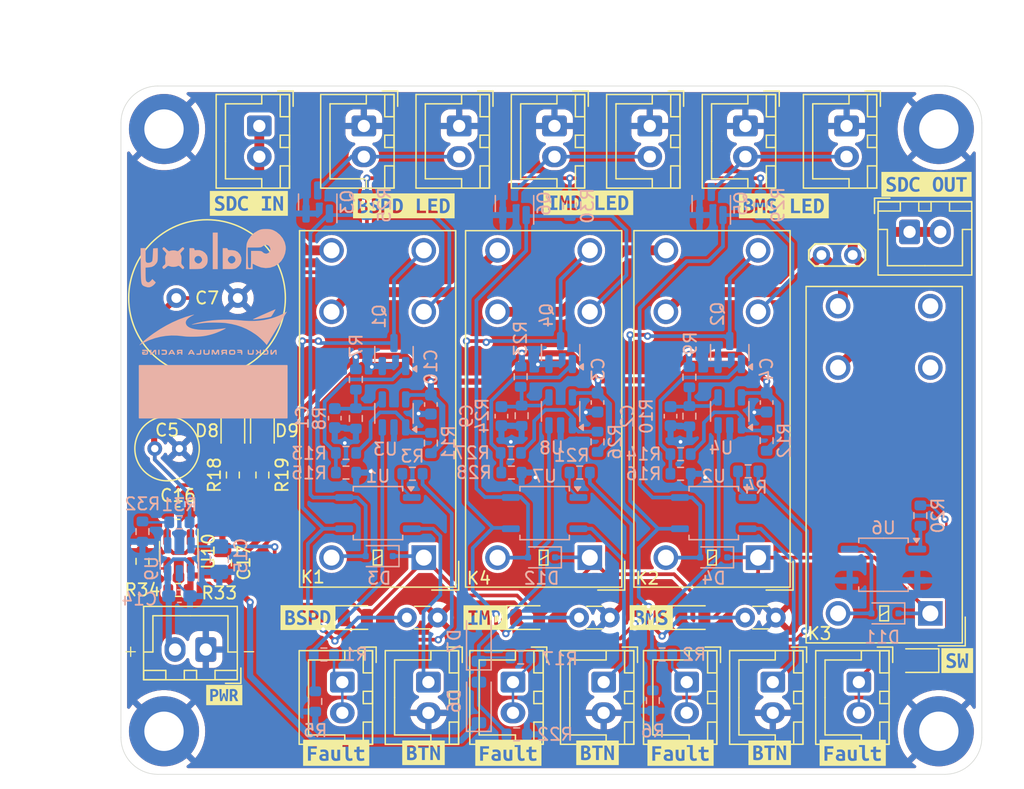
<source format=kicad_pcb>
(kicad_pcb (version 20221018) (generator pcbnew)
  (layers (0 "F.Cu" signal) (31 "B.Cu" signal) (34 "B.Paste" user) (35 "F.Paste" user) (36 "B.SilkS" user "B.Silkscreen") (37 "F.SilkS" user "F.Silkscreen") (38 "B.Mask" user) (39 "F.Mask" user) (44 "Edge.Cuts" user))
  (net 0 "")
  (net 1 "Net-(U3--)")
  (net 2 "IMD_RST")
  (net 3 "Net-(U4--)")
  (net 4 "+5V")
  (net 5 "+12V")
  (net 6 "Net-(U8--)")
  (net 7 "Net-(D1-K)")
  (net 8 "Net-(D2-K)")
  (net 9 "BSPD_FAULT_OUT")
  (net 10 "BMS_FAULT_OUT")
  (net 11 "Net-(D5-K)")
  (net 12 "SW_Fault")
  (net 13 "Net-(D6-A)")
  (net 14 "Net-(D8-A)")
  (net 15 "Net-(D9-A)")
  (net 16 "Net-(D10-K)")
  (net 17 "Net-(D11-A)")
  (net 18 "IMD_FAULT_OUT")
  (net 19 "BSPD_LED")
  (net 20 "IMD_LED")
  (net 21 "BSPD_RST")
  (net 22 "BMS_RST")
  (net 23 "BSPD_FAULT")
  (net 24 "IMD_FAULT")
  (net 25 "BMS_FAULT")
  (net 26 "BSPD_IN")
  (net 27 "SW_OUT")
  (net 28 "Net-(Q1-D)")
  (net 29 "BSPD_OUT")
  (net 30 "Net-(Q2-D)")
  (net 31 "BMS_OUT")
  (net 32 "BMS_IN")
  (net 35 "Net-(Q4-D)")
  (net 36 "Net-(Q1-G)")
  (net 37 "Net-(Q2-G)")
  (net 38 "Net-(Q4-G)")
  (net 39 "BMS_LED")
  (net 40 "Net-(U3-+)")
  (net 41 "Net-(U4-+)")
  (net 42 "Net-(R3-Pad2)")
  (net 43 "Net-(R4-Pad2)")
  (net 44 "Net-(R11-Pad2)")
  (net 45 "Net-(R12-Pad2)")
  (net 46 "Net-(R20-Pad1)")
  (net 47 "Net-(R21-Pad2)")
  (net 48 "Net-(R26-Pad2)")
  (net 49 "GND")
  (net 50 "VDC")
  (net 51 "Net-(U9-ADJ)")
  (net 52 "Net-(U10-ADJ)")
  (footprint "kibuzzard-67515BFB" (layer "F.Cu") (at 125.75 158.5)
    (fp_text reference "kibuzzard-67515BFB" hide)
    (fp_text value "G***" hide)
  )
  (footprint "kibuzzard-67515B49" (layer "F.Cu") (at 125 113.75)
    (fp_text reference "kibuzzard-67515B49" hide)
    (fp_text value "G***" hide)
  )
  (footprint "kibuzzard-67515B54" (layer "F.Cu") (at 140.9 114)
    (fp_text reference "kibuzzard-67515B54" hide)
    (fp_text value "G***" hide)
  )
  (footprint "Connector_JST:JST_XH_B2B-XH-A_1x02_P2.50mm_Vertical" (layer "F.Cu") (at 93.9 150.1 180)
    (fp_text reference "J14" hide)
    (fp_text value "12V PWR")
  )
  (footprint "kibuzzard-67515B12" (layer "F.Cu") (at 97.4 113.8)
    (fp_text reference "kibuzzard-67515B12" hide)
    (fp_text value "G***" hide)
  )
  (footprint "Connector_JST:JST_XH_B2B-XH-A_1x02_P2.50mm_Vertical" (layer "F.Cu") (at 130 107.5 -90)
    (fp_text reference "J9" hide)
    (fp_text value "IMD_LED")
  )
  (footprint "Connector_JST:JST_XH_B2B-XH-A_1x02_P2.50mm_Vertical" (layer "F.Cu") (at 122.25 107.5 -90)
    (fp_text reference "J2" hide)
    (fp_text value "IMD_LED")
  )
  (footprint "Connector_JST:JST_XH_B2B-XH-A_1x02_P2.50mm_Vertical" (layer "F.Cu") (at 126.25 152.75 -90)
    (fp_text reference "J6" hide)
    (fp_text value "IMD_BTN")
  )
  (footprint "kibuzzard-675169EE" (layer "F.Cu") (at 146.5 158.5)
    (fp_text reference "kibuzzard-675169EE" hide)
    (fp_text value "G***" hide)
  )
  (footprint "MountingHole:MountingHole_3.2mm_M3_ISO7380_Pad" (layer "F.Cu") (at 153.5 107.75)
    (fp_text reference "H3" hide)
    (fp_text value "MountingHole_Pad")
  )
  (footprint "kibuzzard-67A0C7EA" (layer "F.Cu") (at 95.4 153.8)
    (fp_text reference "kibuzzard-67A0C7EA" hide)
    (fp_text value "G***" hide)
  )
  (footprint "kibuzzard-67515BFB" (layer "F.Cu") (at 139.75 158.5)
    (fp_text reference "kibuzzard-67515BFB" hide)
    (fp_text value "G***" hide)
  )
  (footprint "Connector_JST:JST_XH_B2B-XH-A_1x02_P2.50mm_Vertical" (layer "F.Cu") (at 137.775 107.5 -90)
    (fp_text reference "J10" hide)
    (fp_text value "BMS_LED")
  )
  (footprint "kibuzzard-67515BF5" (layer "F.Cu") (at 118.5 158.5)
    (fp_text reference "kibuzzard-67515BF5" hide)
    (fp_text value "G***" hide)
  )
  (footprint "LED_SMD:LED_0805_2012Metric" (layer "F.Cu") (at 151.8125 151 180)
    (fp_text reference "D5" hide)
    (fp_text value "SW BTN LED")
  )
  (footprint "Connector_JST:JST_XH_B2B-XH-A_1x02_P2.50mm_Vertical" (layer "F.Cu") (at 133 152.75 -90)
    (fp_text reference "J13" hide)
    (fp_text value "BMS_Fault")
  )
  (footprint "kibuzzard-67515DF6" (layer "F.Cu") (at 95.3 129.6)
    (fp_text reference "kibuzzard-67515DF6" hide)
    (fp_text value "G***" hide)
  )
  (footprint "Package_TO_SOT_SMD:SOT-23-5" (layer "F.Cu") (at 91.7 142.1125 -90)
    (fp_text reference "U10")
    (fp_text value "AP2204K-ADJ")
  )
  (footprint "Capacitor_SMD:C_0603_1608Metric_Pad1.08x0.95mm_HandSolder" (layer "F.Cu") (at 91.6375 139)
    (fp_text reference "C16")
    (fp_text value "1u")
  )
  (footprint "Connector_JST:JST_XH_B2B-XH-A_1x02_P2.50mm_Vertical" (layer "F.Cu") (at 112 152.75 -90)
    (fp_text reference "J5" hide)
    (fp_text value "BSPD_BTN")
  )
  (footprint "TestPoint:TestPoint_2Pads_Pitch2.54mm_Drill0.8mm" (layer "F.Cu") (at 143.96 118)
    (fp_text reference "JP1" hide)
    (fp_text value "Jumper_2_Open")
  )
  (footprint "Relay_THT:Relay_DPST_Omron_G2RL-2A" (layer "F.Cu") (at 125.12132 142.62132 180)
    (fp_text reference "K4")
    (fp_text value "G2RL-2A")
  )
  (footprint "kibuzzard-67515B78" (layer "F.Cu") (at 102.2 147.5)
    (fp_text reference "kibuzzard-67515B78" hide)
    (fp_text value "G***" hide)
  )
  (footprint "Resistor_SMD:R_0603_1608Metric" (layer "F.Cu") (at 96.1 135.9 90)
    (fp_text reference "R18")
    (fp_text value "1k")
  )
  (footprint "Capacitor_THT:C_Radial_D12.5mm_H25.0mm_P5.00mm" (layer "F.Cu") (at 91.5 121.5)
    (fp_text reference "C7")
    (fp_text value "220u")
  )
  (footprint "Resistor_SMD:R_0603_1608Metric" (layer "F.Cu") (at 91.675 145.25 180)
    (fp_text reference "R33")
    (fp_text value "301k")
  )
  (footprint "Capacitor_THT:C_Disc_D3.0mm_W1.6mm_P2.50mm" (layer "F.Cu") (at 124.25 147.5)
    (fp_text reference "C11" hide)
    (fp_text value "NC")
  )
  (footprint "Relay_THT:Relay_DPST_Omron_G2RL-2A" (layer "F.Cu") (at 138.80882 142.62132 180)
    (fp_text reference "K2")
    (fp_text value "G2RL-2A")
  )
  (footprint "kibuzzard-67515B89" (layer "F.Cu") (at 130.1 147.5)
    (fp_text reference "kibuzzard-67515B89" hide)
    (fp_text value "G***" hide)
  )
  (footprint "Connector_JST:JST_XH_B2B-XH-A_1x02_P2.50mm_Vertical" (layer "F.Cu") (at 118.875 152.75 -90)
    (fp_text reference "J12" hide)
    (fp_text value "IMD_Fault")
  )
  (footprint "Connector_JST:JST_XH_B2B-XH-A_1x02_P2.50mm_Vertical" (layer "F.Cu") (at 106.75 107.5 -90)
    (fp_text reference "J1" hide)
    (fp_text value "BSPD_LED")
  )
  (footprint "MountingHole:MountingHole_3.2mm_M3_ISO7380_Pad" (layer "F.Cu") (at 90.5 156.75)
    (fp_text reference "H2" hide)
    (fp_text value "MountingHole_Pad")
  )
  (footprint "kibuzzard-67515B3D" (layer "F.Cu") (at 110 114)
    (fp_text reference "kibuzzard-67515B3D" hide)
    (fp_text value "G***" hide)
  )
  (footprint "kibuzzard-67515DEB" (layer "F.Cu") (at 98.8 129.6)
    (fp_text reference "kibuzzard-67515DEB" hide)
    (fp_text value "G***" hide)
  )
  (footprint "LED_SMD:LED_0805_2012Metric" (layer "F.Cu") (at 120.0625 147.5)
    (fp_text reference "D10" hide)
    (fp_text value "IMD BTN LED")
  )
  (footprint "MountingHole:MountingHole_3.2mm_M3_ISO7380_Pad" (layer "F.Cu") (at 153.5 156.75)
    (fp_text reference "H4" hide)
    (fp_text value "MountingHole_Pad")
  )
  (footprint "Connector_JST:JST_XH_B2B-XH-A_1x02_P2.50mm_Vertical" (layer "F.Cu") (at 105 152.75 -90)
    (fp_text reference "J11" hide)
    (fp_text value "BSPD_Fault")
  )
  (footprint "MountingHole:MountingHole_3.2mm_M3_ISO7380_Pad" (layer "F.Cu") (at 90.5 107.75)
    (fp_text reference "H1" hide)
    (fp_text value "MountingHole_Pad")
  )
  (footprint "Connector_JST:JST_XH_B2B-XH-A_1x02_P2.50mm_Vertical" (layer "F.Cu") (at 98.25 107.5 -90)
    (fp_text reference "J15" hide)
    (fp_text value "SDC_IN")
  )
  (footprint "Resistor_SMD:R_0603_1608Metric" (layer "F.Cu") (at 98.5 135.9 90)
    (fp_text reference "R19")
    (fp_text value "1k")
  )
  (footprint "Capacitor_SMD:C_0805_2012Metric_Pad1.18x1.45mm_HandSolder" (layer "F.Cu") (at 95.25 143.0375 90)
    (fp_text reference "C17")
    (fp_text value "10u")
  )
  (footprint "Relay_THT:Relay_DPST_Omron_G2RL-2A" (layer "F.Cu") (at 152.80882 147.15882 180)
    (fp_text reference "K3")
    (fp_text value "G2RL-2A")
  )
  (footprint "Connector_JST:JST_XH_B2B-XH-A_1x02_P2.50mm_Vertical" (layer "F.Cu") (at 140 152.75 -90)
    (fp_text reference "J7" hide)
    (fp_text value "BMS_BTN")
  )
  (footprint "kibuzzard-67515BF5" (layer "F.Cu") (at 104.5 158.5)
    (fp_text reference "kibuzzard-67515BF5" hide)
    (fp_text value "G***" hide)
  )
  (footprint "Capacitor_THT:C_Disc_D3.0mm_W1.6mm_P2.50mm" (layer "F.Cu") (at 110.25 147.5)
    (fp_text reference "C12" hide)
    (fp_text value "NC")
  )
  (footprint "kibuzzard-675169F2" (layer "F.Cu") (at 155 151)
    (fp_text reference "kibuzzard-675169F2" hide)
    (fp_text value "G***" hide)
  )
  (footprint "Capacitor_THT:C_Radial_D5.0mm_H5.0mm_P2.00mm" (layer "F.Cu") (at 89.75 133.75)
    (fp_text reference "C5")
    (fp_text value "100u")
  )
  (footprint "LED_SMD:LED_0805_2012Metric" (layer "F.Cu") (at 98.5 132.3 -90)
    (fp_text reference "D9")
    (fp_text value "PWR")
  )
  (footprint "kibuzzard-67515BFB" (layer "F.Cu") (at 111.6 158.5)
    (fp_text reference "kibuzzard-67515BFB" hide)
    (fp_text value "G***" hide)
  )
  (footprint "Connector_JST:JST_XH_B2B-XH-A_1x02_P2.50mm_Vertical" (layer "F.Cu") (at 114.5 107.5 -90)
    (fp_text reference "J8" hide)
    (fp_text value "BSPD_LED")
  )
  (footprint "LED_SMD:LED_0805_2012Metric" (layer "F.Cu") (at 96.1 132.3 -90)
    (fp_text reference "D8")
    (fp_text value "PWR")
  )
  (footprint "kibuzzard-67515BF5" (layer "F.Cu") (at 132.5 158.5)
    (fp_text reference "kibuzzard-67515BF5" hide)
    (fp_text value "G***" hide)
  )
  (footprint "Capacitor_THT:C_Disc_D3.0mm_W1.6mm_P2.50mm" (layer "F.Cu") (at 137.75 147.5)
    (fp_text reference "C13" hide)
    (fp_text value "NC")
  )
  (footprint "kibuzzard-67515B5C" (layer "F.Cu") (at 152.5 112.25)
    (fp_text reference "kibuzzard-67515B5C" hide)
    (fp_text value "G***" hide)
  )
  (footprint "Connector_JST:JST_XH_B2B-XH-A_1x02_P2.50mm_Vertical" (layer "F.Cu") (at 151.12132 116.12132)
    (fp_text reference "J16" hide)
    (fp_text value "SDC_OUT")
  )
  (footprint "LED_SMD:LED_0805_2012Metric" (layer "F.Cu") (at 106.0625 147.5)
    (fp_text reference "D1" hide)
    (fp_text value "BSPD BTN LED")
  )
  (footprint "Connector_JST:JST_XH_B2B-XH-A_1x02_P2.50mm_Vertical" (layer "F.Cu") (at 146 107.5 -90)
    (fp_text reference "J3" hide)
    (fp_text value "BMS_LED")
  )
  (footprint "Resistor_SMD:R_0603_1608Metric" (layer "F.Cu") (at 88.75 142.925 -90)
    (fp_text reference "R34")
    (fp_text value "100k")
  )
  (footprint "Relay_THT:Relay_DPST_Omron_G2RL-2A" (layer "F.Cu") (at 111.62132 142.62132 180)
    (fp_text reference "K1")
    (fp_text value "G2RL-2A")
  )
  (footprint "kibuzzard-67515B81" (layer "F.Cu") (at 116.6 147.5)
    (fp_text reference "kibuzzard-67515B81" hide)
    (fp_text value "G***" hide)
  )
  (footprint "Connector_JST:JST_XH_B2B-XH-A_1x02_P2.50mm_Vertical" (layer "F.Cu") (at 147 152.75 -90)
    (fp_text reference "J4" hide)
    (fp_text value "SW_Fault")
  )
  (footprint "LED_SMD:LED_0805_2012Metric" (layer "F.Cu") (at 133.5 147.5)
    (fp_text reference "D2" hide)
    (fp_text value "BMS BTN LED")
  )
  (footprint "Resistor_SMD:R_0603_1608Metric" (layer "B.Cu") (at 119.58 131.075 -90)
    (fp_text reference "R24")
    (fp_text value "10k")
  )
  (footprint "Capacitor_SMD:C_0805_2012Metric_Pad1.18x1.45mm_HandSolder" (layer "B.Cu") (at 95 142.75 -90)
    (fp_text reference "C15")
    (fp_text value "10u")
  )
  (footprint "Capacitor_SMD:C_0603_1608Metric" (layer "B.Cu") (at 117.93632 131.1125 -90)
    (fp_text reference "C9")
    (fp_text value "100n")
  )
  (footprint "Resistor_SMD:R_0603_1608Metric" (layer "B.Cu") (at 105.3 134.1 180)
    (fp_text reference "R13")
    (fp_text value "100R")
  )
  (footprint "Resistor_SMD:R_0603_1608Metric" (layer "B.Cu") (at 123.5 114 90)
    (fp_text reference "R30")
    (fp_text value "10k")
  )
  (footprint "Package_TO_SOT_SMD:SOT-23" (layer "B.Cu") (at 136.5 125.9375 90)
    (fp_text reference "Q2")
    (fp_text value "2N7002")
  )
  (footprint "Resistor_SMD:R_0603_1608Metric" (layer "B.Cu") (at 133.22 127.9375 -90)
    (fp_text reference "R9")
    (fp_text value "10k")
  )
  (footprint "Diode_SMD:D_SOD-123" (layer "B.Cu") (at 116.1 149.4 90)
    (fp_text reference "D7")
    (fp_text value "1N4148W")
  )
  (footprint "Resistor_SMD:R_0603_1608Metric" (layer "B.Cu") (at 118.75 135.7)
    (fp_text reference "R28")
    (fp_text value "100k")
  )
  (footprint "Package_SO:SOP-4_3.8x4.1mm_P2.54mm" (layer "B.Cu") (at 121.45 139 180)
    (fp_text reference "U7")
    (fp_text value "VOM618AT")
  )
  (footprint "Resistor_SMD:R_0603_1608Metric" (layer "B.Cu") (at 139.5 133.1 90)
    (fp_text reference "R12")
    (fp_text value "1k")
  )
  (footprint "Diode_SMD:D_SOD-323F" (layer "B.Cu") (at 121.2 142.6 180)
    (fp_text reference "D12")
    (fp_text value "1SS355VM")
  )
  (footprint "Resistor_SMD:R_0603_1608Metric" (layer "B.Cu") (at 132.5 134.2 180)
    (fp_text reference "R14")
    (fp_text value "100R")
  )
  (footprint "Resistor_SMD:R_0603_1608Metric" (layer "B.Cu") (at 119.5 127.9 -90)
    (fp_text reference "R23")
    (fp_text value "10k")
  )
  (footprint "Package_TO_SOT_SMD:SOT-23-5" (layer "B.Cu") (at 91.75 142.75 90)
    (fp_text reference "U9")
    (fp_text value "AP2204K-ADJ")
  )
  (footprint "Resistor_SMD:R_0603_1608Metric" (layer "B.Cu") (at 132.5 135.8)
    (fp_text reference "R16")
    (fp_text value "100k")
  )
  (footprint "Package_SO:SOP-4_3.8x4.1mm_P2.54mm" (layer "B.Cu") (at 135.2 139 180)
    (fp_text reference "U2")
    (fp_text value "VOM618AT")
  )
  (footprint "Capacitor_SMD:C_0603_1608Metric" (layer "B.Cu") (at 131.68632 131.1125 -90)
    (fp_text reference "C2")
    (fp_text value "100n")
  )
  (footprint "Resistor_SMD:R_0603_1608Metric" (layer "B.Cu") (at 130.25 154.25 -90)
    (fp_text reference "R6")
    (fp_text value "100k")
  )
  (footprint "Resistor_SMD:R_0603_1608Metric" (layer "B.Cu") (at 103.5 150.5 180)
    (fp_text reference "R1")
    (fp_text value "100R")
  )
  (footprint "Resistor_SMD:R_0603_1608Metric" (layer "B.Cu") (at 91.75 139.75 180)
    (fp_text reference "R31")
    (fp_text value "866k")
  )
  (footprint "Package_TO_SOT_SMD:SOT-23" (layer "B.Cu") (at 103 113.6875 90)
    (fp_text reference "Q3")
    (fp_text value "2N7002")
  )
  (footprint "Package_TO_SOT_SMD:SOT-23" (layer "B.Cu") (at 135 113.8125 90)
    (fp_text reference "Q5")
    (fp_text value "2N7002")
  )
  (footprint "Resistor_SMD:R_0603_1608Metric" (layer "B.Cu") (at 88.75 140.5 90)
    (fp_text reference "R32")
    (fp_text value "100k")
  )
  (footprint "Package_SO:SOP-4_3.8x4.1mm_P2.54mm" (layer "B.Cu") (at 107.9 139 180)
    (fp_text reference "U1")
    (fp_text value "VOM618AT")
  )
  (footprint "Package_TO_SOT_SMD:SOT-23" (layer "B.Cu") (at 119 113.8125 90)
    (fp_text reference "Q6")
    (fp_text value "2N7002")
  )
  (footprint "Resistor_SMD:R_0603_1608Metric" (layer "B.Cu") (at 106.1 128.125 -90)
    (fp_text reference "R7")
    (fp_text value "10k")
  )
  (footprint "Resistor_SMD:R_0603_1608Metric" (layer "B.Cu") (at 138 135.6 180)
    (fp_text reference "R4")
    (fp_text value "432R")
  )
  (footprint "Package_TO_SOT_SMD:SOT-23" (layer "B.Cu") (at 122.75 125.9375 90)
    (fp_text reference "Q4")
    (fp_text value "2N7002")
  )
  (footprint "Capacitor_SMD:C_0603_1608Metric" (layer "B.Cu") (at 112.2 130.1625 -90)
    (fp_text reference "C10")
    (fp_text value "100n")
  )
  (footprint "Resistor_SMD:R_0603_1608Metric" (layer "B.Cu") (at 106.1 131.3 -90)
    (fp_text reference "R8")
    (fp_text value "10k")
  )
  (footprint "Package_TO_SOT_SMD:SOT-23-5" (layer "B.Cu") (at 136.5 130.725 90)
    (fp_text reference "U4")
    (fp_text value "TLV2371DBV")
  )
  (footprint "Resistor_SMD:R_0603_1608Metric" (layer "B.Cu") (at 107 113.925 90)
    (fp_text reference "R25")
    (fp_text value "10k")
  )
  (footprint "Resistor_SMD:R_0603_1608Metric" (layer "B.Cu") (at 105.3 135.7)
    (fp_text reference "R15")
    (fp_text value "100k")
  )
  (footprint "Package_TO_SOT_SMD:SOT-23-5" (layer "B.Cu") (at 122.75 130.725 90)
    (fp_text reference "U8")
    (fp_text value "TLV2371DBV")
  )
  (footprint "Diode_SMD:D_SOD-123" (layer "B.Cu") (at 116.1 154.4 90)
    (fp_text reference "D6")
    (fp_text value "1N4148W")
  )
  (footprint "Diode_SMD:D_SOD-323F" (layer "B.Cu") (at 149.12132 147.15882 180)
    (fp_text reference "D11")
    (fp_text value "1SS355VM")
  )
  (footprint "Resistor_SMD:R_0603_1608Metric" (layer "B.Cu") (at 110.7 135.8 180)
    (fp_text reference "R3")
    (fp_text value "432R")
  )
  (footprint "LOGO" (layer "B.Cu") (at 94.508767 118.25 180)
    (fp_text reference "G***" hide)
    (fp_text value "LOGO" hide)
  )
  (footprint "Resistor_SMD:R_0603_1608Metric" (layer "B.Cu") (at 139 113.925 90)
    (fp_text reference "R29")
    (fp_text value "10k")
  )
  (footprint "Diode_SMD:D_SOD-323F" (layer "B.Cu") (at 108 142.5 180)
    (fp_text reference "D3")
    (fp_text value "1SS355VM")
  )
  (footprint "Package_TO_SOT_SMD:SOT-23-5" (layer "B.Cu") (at 109.2 130.8875 90)
    (fp_text reference "U3")
    (fp_text value "TLV2371DBV")
  )
  (footprint "Resistor_SMD:R_0603_1608Metric" (layer "B.Cu") (at 133.22 131.1125 -90)
    (fp_text reference "R10")
    (fp_text value "10k")
  )
  (footprint "Package_TO_SOT_SMD:SOT-23" (layer "B.Cu") (at 109.2 126.1 90)
    (fp_text reference "Q1")
    (fp_text value "2N7002")
  )
  (footprint "Resistor_SMD:R_0603_1608Metric" (layer "B.Cu") (at 124.3 135.7 180)
    (fp_text reference "R21")
    (fp_text value "432R")
  )
  (footprint "Resistor_SMD:R_0603_1608Metric" (layer "B.Cu") (at 119.175 157)
    (fp_text reference "R22")
    (fp_text value "100k")
  )
  (footprint "LOGO" (layer "B.Cu") (at 94.498382 124.25 180)
    (fp_text reference "G***" hide)
    (fp_text value "LOGO" hide)
  )
  (footprint "Resistor_SMD:R_0603_1608Metric" (layer "B.Cu") (at 118.7 134.1 180)
    (fp_text reference "R27")
    (fp_text value "100R")
  )
  (footprint "Capacitor_SMD:C_0603_1608Metric" (layer "B.Cu") (at 139.5 130 -90)
    (fp_text reference "C4")
    (fp_text value "100n")
  )
  (footprint "Resistor_SMD:R_0603_1608Metric" (layer "B.Cu") (at 102.8 154.325 -90)
    (fp_text reference "R5")
    (fp_text value "100k")
  )
  (footprint "Diode_SMD:D_SOD-323F" (layer "B.Cu") (at 135.2 142.6 180)
    (fp_text reference "D4")
    (fp_text value "1SS355VM")
  )
  (footprint "Resistor_SMD:R_0603_1608Metric" (layer "B.Cu") (at 152 139.2 90)
    (fp_text reference "R20")
    (fp_text value "100R")
  )
  (footprint "Capacitor_SMD:C_0603_1608Metric" (layer "B.Cu") (at 125.75 130 -90)
    (fp_text reference "C3")
    (fp_text value "100n")
  )
  (footprint "Capacitor_SMD:C_0603_1608Metric_Pad1.08x0.95mm_HandSolder" (layer "B.Cu") (at 91.75 145.75)
    (fp_text reference "C14")
    (fp_text value "1u")
  )
  (footprint "Capacitor_SMD:C_0603_1608Metric" (layer "B.Cu") (at 104.38632 131.275 -90)
    (fp_text reference "C1")
    (fp_text value "100n")
  )
  (footprint "Resistor_SMD:R_0603_1608Metric" (layer "B.Cu") (at 112.2 133.3 90)
    (fp_text reference "R11")
    (fp_text value "1k")
  )
  (footprint "Resistor_SMD:R_0603_1608Metric" (layer "B.Cu") (at 125.75 133.2 90)
    (fp_text reference "R26")
    (fp_text value "1k")
  )
  (footprint "Package_SO:SOP-4_3.8x4.1mm_P2.54mm" (layer "B.Cu") (at 149 143.2 180)
    (fp_text reference "U6")
    (fp_text value "VOM618AT")
  )
  (footprint "Resistor_SMD:R_0603_1608Metric" (layer "B.Cu") (at 119.5 150.75 180)
    (fp_text reference "R17")
    (fp_text value "1k")
  )
  (footprint "Resistor_SMD:R_0603_1608Metric" (layer "B.Cu") (at 131 150.5 180)
    (fp_text reference "R2")
    (fp_text value "100R")
  )
  (gr_rect (start 88.5 127) (end 100.5 131.25) (stroke (width 0.1)) (fill solid) (layer "B.SilkS"))
  (gr_arc (start 87 107.25) (mid 87.87868 105.12868) (end 90 104.25) (stroke (width 0.05)) (layer "Edge.Cuts"))
  (gr_line (start 154 160.25) (end 90 160.25) (stroke (width 0.05)) (layer "Edge.Cuts"))
  (gr_arc (start 90 160.25) (mid 87.87868 159.37132) (end 87 157.25) (stroke (width 0.05)) (layer "Edge.Cuts"))
  (gr_line (start 157 157.25) (end 157 107.25) (stroke (width 0.05)) (layer "Edge.Cuts"))
  (gr_line (start 87 157.25) (end 87 107.25) (stroke (width 0.05)) (layer "Edge.Cuts"))
  (gr_arc (start 157 157.25) (mid 156.12132 159.37132) (end 154 160.25) (stroke (width 0.05)) (layer "Edge.Cuts"))
  (gr_arc (start 154 104.25) (mid 156.12132 105.12868) (end 157 107.25) (stroke (width 0.05)) (layer "Edge.Cuts"))
  (gr_line (start 90 104.25) (end 154 104.25) (stroke (width 0.05)) (layer "Edge.Cuts"))
  (gr_text "+           -" (at 92.6 150.2) (layer "F.SilkS") (effects (font (size 1 1) (thickness 0.1))))
  (segment (start 104.38632 130.5) (end 106.075 130.5) (width 0.3) (layer "B.Cu") (net 1))
  (segment (start 107.525 130.475) (end 108.25 129.75) (width 0.3) (layer "B.Cu") (net 1))
  (segment (start 106.075 130.5) (end 106.1 130.475) (width 0.3) (layer "B.Cu") (net 1))
  (segment (start 106.1 130.475) (end 106.1 128.95) (width 0.3) (layer "B.Cu") (net 1))
  (segment (start 106.1 130.475) (end 107.525 130.475) (width 0.3) (layer "B.Cu") (net 1))
  (segment (start 125.2725 140.27) (end 127.9 142.8975) (width 0.3) (layer "B.Cu") (net 2))
  (segment (start 124.2 140.27) (end 125.2725 140.27) (width 0.3) (layer "B.Cu") (net 2))
  (segment (start 127.9 151.15) (end 127.85 151.15) (width 0.3) (layer "B.Cu") (net 2))
  (segment (start 127.85 151.15) (end 126.25 152.75) (width 0.3) (layer "B.Cu") (net 2))
  (segment (start 127.9 142.8975) (end 127.9 151.15) (width 0.3) (layer "B.Cu") (net 2))
  (segment (start 131.68632 130.3375) (end 133.17 130.3375) (width 0.3) (layer "B.Cu") (net 3))
  (segment (start 133.17 130.3375) (end 133.22 130.2875) (width 0.3) (layer "B.Cu") (net 3))
  (segment (start 133.22 130.2875) (end 134.85 130.2875) (width 0.3) (layer "B.Cu") (net 3))
  (segment (start 133.22 130.2875) (end 133.22 128.7625) (width 0.3) (layer "B.Cu") (net 3))
  (segment (start 134.85 130.2875) (end 135.55 129.5875) (width 0.3) (layer "B.Cu") (net 3))
  (segment (start 95.25 144.075) (end 98.5 140.825) (width 0.5) (layer "F.Cu") (net 4))
  (segment (start 95.25 144.075) (end 92.825 144.075) (width 0.5) (layer "F.Cu") (net 4))
  (segment (start 100.6 131.8) (end 106.1 126.3) (width 0.5) (layer "F.Cu") (net 4))
  (segment (start 110.1 126.2) (end 112.2 128.3) (width 0.5) (layer "F.Cu") (net 4))
  (segment (start 92.5 143.7875) (end 92.65 143.6375) (width 0.2) (layer "F.Cu") (net 4))
  (segment (start 106.1 126.3) (end 106.2 126.2) (width 0.5) (layer "F.Cu") (net 4))
  (segment (start 92.65 143.25) (end 92.65 144.25) (width 0.5) (layer "F.Cu") (net 4))
  (segment (start 100.6 134.625) (end 100.6 131.8) (width 0.5) (layer "F.Cu") (net 4))
  (segment (start 125.8 128.2) (end 131.1 128.2) (width 0.5) (layer "F.Cu") (net 4))
  (segment (start 133.2 126.1) (end 137.3 126.1) (width 0.5) (layer "F.Cu") (net 4))
  (segment (start 117.3 128.3) (end 119.6 126) (width 0.5) (layer "F.Cu") (net 4))
  (segment (start 98.5 140.825) (end 98.5 136.725) (width 0.5) (layer "F.Cu") (net 4))
  (segment (start 92.825 144.075) (end 92.65 144.25) (width 0.5) (layer "F.Cu") (net 4))
  (segment (start 106.2 126.2) (end 110.1 126.2) (width 0.5) (layer "F.Cu") (net 4))
  (segment (start 137.3 126.1) (end 139.5 128.3) (width 0.5) (layer "F.Cu") (net 4))
  (segment (start 92.65 144.25) (end 92.65 145.1) (width 0.5) (layer "F.Cu") (net 4))
  (segment (start 123.6 126) (end 125.8 128.2) (width 0.5) (layer "F.Cu") (net 4))
  (segment (start 95.25 144.075) (end 95.325 144.075) (width 0.5) (layer "F.Cu") (net 4))
  (segment (start 131.1 128.2) (end 133.2 126.1) (width 0.5) (layer "F.Cu") (net 4))
  (segment (start 95.325 144.075) (end 97.5 146.25) (width 0.5) (layer "F.Cu") (net 4))
  (segment (start 98.5 136.725) (end 100.6 134.625) (width 0.5) (layer "F.Cu") (net 4))
  (segment (start 92.65 145.1) (end 92.5 145.25) (width 0.5) (layer "F.Cu") (net 4))
  (segment (start 119.6 126) (end 123.6 126) (width 0.5) (layer "F.Cu") (net 4))
  (segment (start 112.2 128.3) (end 117.3 128.3) (width 0.5) (layer "F.Cu") (net 4))
  (via (at 125.8 128.2) (size 0.6) (drill 0.3) (layers "F.Cu" "B.Cu") (net 4))
  (via (at 139.5 128.3) (size 0.6) (drill 0.3) (layers "F.Cu" "B.Cu") (net 4))
  (via (at 119.6 126) (size 0.6) (drill 0.3) (layers "F.Cu" "B.Cu") (net 4))
  (via (at 133.2 126.1) (size 0.6) (drill 0.3) (layers "F.Cu" "B.Cu") (net 4))
  (via (at 106.1 126.3) (size 0.6) (drill 0.3) (layers "F.Cu" "B.Cu") (net 4))
  (via (at 112.2 128.3) (size 0.6) (drill 0.3) (layers "F.Cu" "B.Cu") (net 4))
  (via (at 97.5 146.25) (size 0.6) (drill 0.3) (layers "F.Cu" "B.Cu") (net 4))
  (segment (start 125.8 128.2) (end 125.8 129.175) (width 0.5) (layer "B.Cu") (net 4))
  (segment (start 112.2 129.3875) (end 110.5125 129.3875) (width 0.3) (layer "B.Cu") (net 4))
  (segment (start 112.2 129.3875) (end 113.125 130.3125) (width 0.5) (layer "B.Cu") (net 4))
  (segment (start 139.5 128.3) (end 139.5 129.225) (width 0.5) (layer "B.Cu") (net 4))
  (segment (start 139.5 129.225) (end 137.8125 129.225) (width 0.3) (layer "B.Cu") (net 4))
  (segment (start 133.2 126.1) (end 133.2 127.0925) (width 0.5) (layer "B.Cu") (net 4))
  (segment (start 125.75 129.225) (end 124.0625 129.225) (width 0.3) (layer "B.Cu") (net 4))
  (segment (start 125.75 129.225) (end 126.675 130.15) (width 0.5) (layer "B.Cu") (net 4))
  (segment (start 140.425 133) (end 139.5 133.925) (width 0.5) (layer "B.Cu") (net 4))
  (segment (start 112.2 128.3) (end 112.2 129.3875) (width 0.5) (layer "B.Cu") (net 4))
  (segment (start 113.125 133.2) (end 112.2 134.125) (width 0.5) (layer "B.Cu") (net 4))
  (segment (start 97.5 152.25) (end 102.75 157.5) (width 0.5) (layer "B.Cu") (net 4))
  (segment (start 97.5 146.25) (end 97.5 152.25) (width 0.5) (layer "B.Cu") (net 4))
  (segment (start 119.6 126) (end 119.6 126.975) (width 0.5) (layer "B.Cu") (net 4))
  (segment (start 125.8 129.175) (end 125.75 129.225) (width 0.5) (layer "B.Cu") (net 4))
  (segment (start 126.675 130.15) (end 126.675 133.1) (width 0.5) (layer "B.Cu") (net 4))
  (segment (start 137.8125 129.225) (end 137.45 129.5875) (width 0.3) (layer "B.Cu") (net 4))
  (segment (start 140.425 130.15) (end 140.425 133) (width 0.5) (layer "B.Cu") (net 4))
  (segment (start 139.5 129.225) (end 140.425 130.15) (width 0.5) (layer "B.Cu") (net 4))
  (segment (start 110.5125 129.3875) (end 110.15 129.75) (width 0.3) (layer "B.Cu") (net 4))
  (segment (start 102.75 157.5) (end 114.65 157.5) (width 0.5) (layer "B.Cu") (net 4))
  (segment (start 106.1 126.3) (end 106.1 127.3) (width 0.5) (layer "B.Cu") (net 4))
  (segment (start 114.65 157.5) (end 116.1 156.05) (width 0.5) (layer "B.Cu") (net 4))
  (segment (start 133.2 127.0925) (end 133.22 127.1125) (width 0.5) (layer "B.Cu") (net 4))
  (segment (start 113.125 130.3125) (end 113.125 133.2) (width 0.5) (layer "B.Cu") (net 4))
  (segment (start 119.6 126.975) (end 119.5 127.075) (width 0.5) (layer "B.Cu") (net 4))
  (segment (start 126.675 133.1) (end 125.75 134.025) (width 0.5) (layer "B.Cu") (net 4))
  (segment (start 124.0625 129.225) (end 123.7 129.5875) (width 0.3) (layer "B.Cu") (net 4))
  (segment (start 93.9 121.5) (end 91.5 121.5) (width 0.3) (layer "F.Cu") (net 5))
  (segment (start 138.80882 143.89118) (end 138.80882 142.62132) (width 0.3) (layer "F.Cu") (net 5))
  (segment (start 121 147.5) (end 121.1 147.5) (width 0.3) (layer "F.Cu") (net 5))
  (segment (start 125.12132 142.62132) (end 126.47132 143.97132) (width 0.3) (layer "F.Cu") (net 5))
  (segment (start 119.2 145.7) (end 121 147.5) (width 0.3) (layer "F.Cu") (net 5))
  (segment (start 107 111.75) (end 123.5 111.75) (width 0.3) (layer "F.Cu") (net 5))
  (segment (start 89.75 134.65) (end 89.75 133.75) (width 0.3) (layer "F.Cu") (net 5))
  (segment (start 123.5 111.75) (end 139 111.75) (width 0.3) (layer "F.Cu") (net 5))
  (segment (start 96 119.4) (end 93.9 121.5) (width 0.3) (layer "F.Cu") (net 5))
  (segment (start 92.25 142.25) (end 92.65 141.85) (width 0.3) (layer "F.Cu") (net 5))
  (segment (start 121.1 147.5) (end 125.12132 143.47868) (width 0.3) (layer "F.Cu") (net 5))
  (segment (start 148.27132 142.62132) (end 152.80882 147.15882) (width 0.3) (layer "F.Cu") (net 5))
  (segment (start 131.97132 143.97132) (end 134.4375 146.4375) (width 0.3) (layer "F.Cu") (net 5))
  (segment (start 107 111.75) (end 107 116.651829) (width 0.3) (layer "F.Cu") (net 5))
  (segment (start 134.4375 147.5) (end 135.2 147.5) (width 0.3) (layer "F.Cu") (net 5))
  (segment (start 111.62132 142.62132) (end 114.7 145.7) (width 0.3) (layer "F.Cu") (net 5))
  (segment (start 90.75 141.75) (end 91.25 142.25) (width 0.3) (layer "F.Cu") (net 5))
  (segment (start 125.12132 143.47868) (end 125.12132 142.62132) (width 0.3) (layer "F.Cu") (net 5))
  (segment (start 99.5 145.2) (end 100.75 146.45) (width 0.3) (layer "F.Cu") (net 5))
  (segment (start 107 116.651829) (end 104.251829 119.4) (width 0.3) (layer "F.Cu") (net 5))
  (segment (start 92.65 141.85) (end 92.65 140.975) (width 0.3) (layer "F.Cu") (net 5))
  (segment (start 107 147.5) (end 105.95 146.45) (width 0.3) (layer "F.Cu") (net 5))
  (segment (start 114.7 145.7) (end 119.2 145.7) (width 0.3) (layer "F.Cu") (net 5))
  (segment (start 138.80882 142.62132) (end 148.27132 142.62132) (width 0.3) (layer "F.Cu") (net 5))
  (segment (start 134.4375 146.4375) (end 134.4375 147.5) (width 0.3) (layer "F.Cu") (net 5))
  (segment (start 111.62132 142.87868) (end 111.62132 142.62132) (width 0.3) (layer "F.Cu") (net 5))
  (segment (start 126.47132 143.97132) (end 131.97132 143.97132) (width 0.3) (layer "F.Cu") (net 5))
  (segment (start 89.7 133.7) (end 89.7 123.3) (width 0.5) (layer "F.Cu") (net 5))
  (segment (start 105.95 146.45) (end 100.75 146.45) (width 0.3) (layer "F.Cu") (net 5))
  (segment (start 89.7 123.3) (end 91.5 121.5) (width 0.5) (layer "F.Cu") (net 5))
  (segment (start 104.251829 119.4) (end 96 119.4) (width 0.3) (layer "F.Cu") (net 5))
  (segment (start 89.75 133.75) (end 89.7 133.7) (width 0.5) (layer "F.Cu") (net 5))
  (segment (start 91.825 136.725) (end 89.75 134.65) (width 0.3) (layer "F.Cu") (net 5))
  (segment (start 96.1 136.725) (end 91.825 136.725) (width 0.3) (layer "F.Cu") (net 5))
  (segment (start 91.825 136.725) (end 90.75 137.8) (width 0.3) (layer "F.Cu") (net 5))
  (segment (start 91.25 142.25) (end 92.25 142.25) (width 0.3) (layer "F.Cu") (net 5))
  (segment (start 90.75 137.8) (end 90.75 141.75) (width 0.3) (layer "F.Cu") (net 5))
  (segment (start 107 147.5) (end 111.62132 142.87868) (width 0.3) (layer "F.Cu") (net 5))
  (segment (start 99.5 141.75) (end 99.5 145.2) (width 0.3) (layer "F.Cu") (net 5))
  (segment (start 135.2 147.5) (end 138.80882 143.89118) (width 0.3) (layer "F.Cu") (net 5))
  (via (at 139 111.75) (size 0.6) (drill 0.3) (layers "F.Cu" "B.Cu") (net 5))
  (via (at 123.5 111.75) (size 0.6) (drill 0.3) (layers "F.Cu" "B.Cu") (net 5))
  (via (at 99.5 141.75) (size 0.6) (drill 0.3) (layers "F.Cu" "B.Cu") (net 5))
  (via (at 107 111.75) (size 0.6) (drill 0.3) (layers "F.Cu" "B.Cu") (net 5))
  (segment (start 150.22132 147.15882) (end 152.80882 147.15882) (width 0.3) (layer "B.Cu") (net 5))
  (segment (start 99.4625 141.7125) (end 99.5 141.75) (width 0.2) (layer "B.Cu") (net 5))
  (segment (start 95 141.7125) (end 99.4625 141.7125) (width 0.3) (layer "B.Cu") (net 5))
  (segment (start 111.5 142.5) (end 111.62132 142.62132) (width 0.3) (layer "B.Cu") (net 5))
  (segment (start 92.7 139.875) (end 92.575 139.75) (width 0.2) (layer "B.Cu") (net 5))
  (segment (start 138.7875 142.6) (end 138.80882 142.62132) (width 0.3) (layer "B.Cu") (net 5))
  (segment (start 92.575 139.75) (end 92.575 137.475) (width 0.3) (layer "B.Cu") (net 5))
  (segment (start 107 111.75) (end 107 112.675) (width 0.3) (layer "B.Cu") (net 5))
  (segment (start 109.1 142.5) (end 111.5 142.5) (width 0.3) (layer "B.Cu") (net 5))
  (segment (start 136.3 142.6) (end 138.7875 142.6) (width 0.3) (layer "B.Cu") (net 5))
  (segment (start 92.575 137.475) (end 89.75 134.65) (width 0.3) (layer "B.Cu") (net 5))
  (segment (start 95 141.7125) (end 92.8 141.7125) (width 0.2) (layer "B.Cu") (net 5))
  (segment (start 123.5 113.175) (end 123.5 111.75) (width 0.3) (layer "B.Cu") (net 5))
  (segment (start 122.3 142.6) (end 125.1 142.6) (width 0.3) (layer "B.Cu") (net 5))
  (segment (start 139 113.1) (end 139 111.75) (width 0.3) (layer "B.Cu") (net 5))
  (segment (start 89.75 134.65) (end 89.75 133.75) (width 0.3) (layer "B.Cu") (net 5))
  (segment (start 125.1 142.6) (end 125.12132 142.62132) (width 0.3) (layer "B.Cu") (net 5))
  (segment (start 92.8 141.7125) (end 92.7 141.6125) (width 0.2) (layer "B.Cu") (net 5))
  (segment (start 92.7 141.6125) (end 92.7 139.875) (width 0.2) (layer "B.Cu") (net 5))
  (segment (start 121.1375 130.25) (end 121.8 129.5875) (width 0.3) (layer "B.Cu") (net 6))
  (segment (start 117.93632 130.3375) (end 119.4925 130.3375) (width 0.3) (layer "B.Cu") (net 6))
  (segment (start 119.58 130.25) (end 119.58 128.805) (width 0.3) (layer "B.Cu") (net 6))
  (segment (start 119.58 130.25) (end 121.1375 130.25) (width 0.3) (layer "B.Cu") (net 6))
  (segment (start 119.4925 130.3375) (end 119.58 130.25) (width 0.3) (layer "B.Cu") (net 6))
  (segment (start 119.58 128.805) (end 119.5 128.725) (width 0.3) (layer "B.Cu") (net 6))
  (segment (start 106.925 149.3) (end 105.125 147.5) (width 0.3) (layer "F.Cu") (net 7))
  (segment (start 112.8 149.3) (end 106.925 149.3) (width 0.3) (layer "F.Cu") (net 7))
  (via (at 112.8 149.3) (size 0.6) (drill 0.3) (layers "F.Cu" "B.Cu") (net 7))
  (segment (start 113.9 139.0375) (end 113.9 148.2) (width 0.3) (layer "B.Cu") (net 7))
  (segment (start 111.525 136.6625) (end 113.9 139.0375) (width 0.3) (layer "B.Cu") (net 7))
  (segment (start 111.525 135.8) (end 111.525 136.6625) (width 0.3) (layer "B.Cu") (net 7))
  (segment (start 113.9 148.2) (end 112.8 149.3) (width 0.3) (layer "B.Cu") (net 7))
  (segment (start 134.3625 149.3) (end 132.5625 147.5) (width 0.3) (layer "F.Cu") (net 8))
  (segment (start 141.9 149.3) (end 134.3625 149.3) (width 0.3) (layer "F.Cu") (net 8))
  (segment (start 142.6 148.6) (end 141.9 149.3) (width 0.3) (layer "F.Cu") (net 8))
  (via (at 142.6 148.6) (size 0.6) (drill 0.3) (layers "F.Cu" "B.Cu") (net 8))
  (segment (start 138.825 136.5) (end 138.825 135.6) (width 0.3) (layer "B.Cu") (net 8))
  (segment (start 142.8 140.475) (end 138.825 136.5) (width 0.3) (layer "B.Cu") (net 8))
  (segment (start 142.6 148.6) (end 142.8 148.4) (width 0.3) (layer "B.Cu") (net 8))
  (segment (start 142.8 148.4) (end 142.8 140.475) (width 0.3) (layer "B.Cu") (net 8))
  (segment (start 106.9 138.4) (end 106.23 137.73) (width 0.3) (layer "B.Cu") (net 9))
  (segment (start 113.7 116) (end 113.7 120.54264) (width 0.3) (layer "B.Cu") (net 9))
  (segment (start 106.9 142.5) (end 104.24264 142.5) (width 0.3) (layer "B.Cu") (net 9))
  (segment (start 102.4 137.5) (end 102.4 116.175) (width 0.3) (layer "B.Cu") (net 9))
  (segment (start 104.075 114.75) (end 112.45 114.75) (width 0.3) (layer "B.Cu") (net 9))
  (segment (start 102.4 116.175) (end 103.95 114.625) (width 0.3) (layer "B.Cu") (net 9))
  (segment (start 104.24264 142.5) (end 104.12132 142.62132) (width 0.3) (layer "B.Cu") (net 9))
  (segment (start 113.7 120.54264) (end 111.62132 122.62132) (width 0.3) (layer "B.Cu") (net 9))
  (segment (start 106.23 137.73) (end 102.63 137.73) (width 0.3) (layer "B.Cu") (net 9))
  (segment (start 106.9 142.5) (end 106.9 138.4) (width 0.3) (layer "B.Cu") (net 9))
  (segment (start 102.63 137.73) (end 102.4 137.5) (width 0.3) (layer "B.Cu") (net 9))
  (segment (start 112.45 114.75) (end 113.7 116) (width 0.3) (layer "B.Cu") (net 9))
  (segment (start 134.07868 142.62132) (end 134.1 142.6) (width 0.3) (layer "B.Cu") (net 10))
  (segment (start 133.43 137.73) (end 134.1 138.4) (width 0.3) (layer "B.Cu") (net 10))
  (segment (start 141.6 117.1) (end 139.25 114.75) (width 0.3) (layer "B.Cu") (net 10))
  (segment (start 133 118.5) (end 129.175 122.325) (width 0.3) (layer "B.Cu") (net 10))
  (segment (start 141.6 119.83014) (end 141.6 117.1) (width 0.3) (layer "B.Cu") (net 10))
  (segment (start 134.75 118.5) (end 133 118.5) (width 0.3) (layer "B.Cu") (net 10))
  (segment (start 134.1 138.4) (end 134.1 142.6) (width 0.3) (layer "B.Cu") (net 10))
  (segment (start 138.80882 122.62132) (end 141.6 119.83014) (width 0.3) (layer "B.Cu") (net 10))
  (segment (start 135.95 117.3) (end 134.75 118.5) (width 0.3) (layer "B.Cu") (net 10))
  (segment (start 139.25 114.75) (end 135.95 114.75) (width 0.3) (layer "B.Cu") (net 10))
  (segment (start 135.95 114.75) (end 135.95 117.3) (width 0.3) (layer "B.Cu") (net 10))
  (segment (start 131.30882 142.62132) (end 134.07868 142.62132) (width 0.3) (layer "B.Cu") (net 10))
  (segment (start 129.175 122.325) (end 129.175 136.675) (width 0.3) (layer "B.Cu") (net 10))
  (segment (start 130.23 137.73) (end 133.43 137.73) (width 0.3) (layer "B.Cu") (net 10))
  (segment (start 129.175 136.675) (end 130.23 137.73) (width 0.3) (layer "B.Cu") (net 10))
  (segment (start 154.10882 139.60882) (end 154 139.5) (width 0.2) (layer "F.Cu") (net 11))
  (segment (start 154.10882 149.32868) (end 154.10882 139.60882) (width 0.2) (layer "F.Cu") (net 11))
  (segment (start 152.4375 151) (end 154.10882 149.32868) (width 0.2) (layer "F.Cu") (net 11))
  (via (at 154 139.5) (size 0.6) (drill 0.3) (layers "F.Cu" "B.Cu") (net 11))
  (segment (start 152 138.375) (end 152.875 138.375) (width 0.2) (layer "B.Cu") (net 11))
  (segment (start 152.875 138.375) (end 154 139.5) (width 0.2) (layer "B.Cu") (net 11))
  (segment (start 148.5 151) (end 150.5625 151) (width 0.3) (layer "F.Cu") (net 12))
  (segment (start 147 152.5) (end 148.5 151) (width 0.3) (layer "F.Cu") (net 12))
  (segment (start 147 152.75) (end 147 154.75) (width 0.2) (layer "B.Cu") (net 12))
  (segment (start 118.35 156.880592) (end 116.1 154.630592) (width 0.3) (layer "B.Cu") (net 13))
  (segment (start 116.4 150.75) (end 116.1 151.05) (width 0.2) (layer "B.Cu") (net 13))
  (segment (start 116.1 151.05) (end 116.1 149.8) (width 0.3) (layer "B.Cu") (net 13))
  (segment (start 121.1 142) (end 121.8 141.3) (width 0.3) (layer "B.Cu") (net 13))
  (segment (start 121.8 141.3) (end 121.8 131.8625) (width 0.3) (layer "B.Cu") (net 13))
  (segment (start 116.1 149.8) (end 121.1 144.8) (width 0.3) (layer "B.Cu") (net 13))
  (segment (start 118.35 157.5) (end 118.35 156.880592) (width 0.3) (layer "B.Cu") (net 13))
  (segment (start 121.1 144.8) (end 121.1 142) (width 0.3) (layer "B.Cu") (net 13))
  (segment (start 116.1 154.630592) (end 116.1 152.75) (width 0.3) (layer "B.Cu") (net 13))
  (segment (start 118.675 150.75) (end 116.4 150.75) (width 0.2) (layer "B.Cu") (net 13))
  (segment (start 116.1 151.05) (end 116.1 152.75) (width 0.3) (layer "B.Cu") (net 13))
  (segment (start 96.1 135.075) (end 96.1 133.2375) (width 0.3) (layer "F.Cu") (net 14))
  (segment (start 98.5 133.2375) (end 98.5 135.075) (width 0.3) (layer "F.Cu") (net 15))
  (segment (start 120.825 149.2) (end 119.125 147.5) (width 0.3) (layer "F.Cu") (net 16))
  (segment (start 128.8 148) (end 127.6 149.2) (width 0.3) (layer "F.Cu") (net 16))
  (segment (start 127.6 149.2) (end 120.825 149.2) (width 0.3) (layer "F.Cu") (net 16))
  (via (at 128.8 148) (size 0.6) (drill 0.3) (layers "F.Cu" "B.Cu") (net 16))
  (segment (start 125.125 136.55) (end 125.125 135.7) (width 0.3) (layer "B.Cu") (net 16))
  (segment (start 128.5 147.7) (end 128.5 139.925) (width 0.3) (layer "B.Cu") (net 16))
  (segment (start 128.8 148) (end 128.5 147.7) (width 0.3) (layer "B.Cu") (net 16))
  (segment (start 128.5 139.925) (end 125.125 136.55) (width 0.3) (layer "B.Cu") (net 16))
  (segment (start 148.02132 147.15882) (end 148.02132 142.52132) (width 0.3) (layer "B.Cu") (net 17))
  (segment (start 148.02132 142.52132) (end 147.43 141.93) (width 0.3) (layer "B.Cu") (net 17))
  (segment (start 147.43 141.93) (end 146.25 141.93) (width 0.3) (layer "B.Cu") (net 17))
  (segment (start 145.30882 147.15882) (end 148.02132 147.15882) (width 0.3) (layer "B.Cu") (net 17))
  (segment (start 126.925 114.825) (end 119.95 114.825) (width 0.3) (layer "B.Cu") (net 18))
  (segment (start 120.1 138.3) (end 120.1 142.6) (width 0.3) (layer "B.Cu") (net 18))
  (segment (start 128.1 119.64264) (end 128.1 116) (width 0.3) (layer "B.Cu") (net 18))
  (segment (start 125.12132 122.62132) (end 128.1 119.64264) (width 0.3) (layer "B.Cu") (net 18))
  (segment (start 117.62132 142.62132) (end 120.07868 142.62132) (width 0.3) (layer "B.Cu") (net 18))
  (segment (start 119.95 117.65) (end 115.9 121.7) (width 0.3) (layer "B.Cu") (net 18))
  (segment (start 120.07868 142.62132) (end 120.1 142.6) (width 0.3) (layer "B.Cu") (net 18))
  (segment (start 128.1 116) (end 126.925 114.825) (width 0.3) (layer "B.Cu") (net 18))
  (segment (start 115.9 121.7) (end 115.9 137) (width 0.3) (layer "B.Cu") (net 18))
  (segment (start 119.5 137.7) (end 120.1 138.3) (width 0.3) (layer "B.Cu") (net 18))
  (segment (start 116.6 137.7) (end 119.5 137.7) (width 0.3) (layer "B.Cu") (net 18))
  (segment (start 115.9 137) (end 116.6 137.7) (width 0.3) (layer "B.Cu") (net 18))
  (segment (start 119.95 114.825) (end 119.95 117.65) (width 0.3) (layer "B.Cu") (net 18))
  (segment (start 105.75 110) (end 114.5 110) (width 0.3) (layer "B.Cu") (net 19))
  (segment (start 103 112.75) (end 105.75 110) (width 0.3) (layer "B.Cu") (net 19))
  (segment (start 119 112.875) (end 121.875 110) (width 0.3) (layer "B.Cu") (net 20))
  (segment (start 121.875 110) (end 130 110) (width 0.3) (layer "B.Cu") (net 20))
  (segment (start 119.125 112.625) (end 119 112.75) (width 0.3) (layer "B.Cu") (net 20))
  (segment (start 112.372499 140.27) (end 112.97132 140.868821) (width 0.3) (layer "B.Cu") (net 21))
  (segment (start 110.65 140.27) (end 112.372499 140.27) (width 0.3) (layer "B.Cu") (net 21))
  (segment (start 111.6 147.023654) (end 111.6 152.35) (width 0.3) (layer "B.Cu") (net 21))
  (segment (start 112.97132 145.652334) (end 111.6 147.023654) (width 0.3) (layer "B.Cu") (net 21))
  (segment (start 111.6 152.35) (end 112 152.75) (width 0.3) (layer "B.Cu") (net 21))
  (segment (start 112.97132 140.868821) (end 112.97132 145.652334) (width 0.3) (layer "B.Cu") (net 21))
  (segment (start 141.7 151.05) (end 140 152.75) (width 0.3) (layer "B.Cu") (net 22))
  (segment (start 137.95 140.27) (end 139.0225 140.27) (width 0.3) (layer "B.Cu") (net 22))
  (segment (start 141.7 142.9475) (end 141.7 151.05) (width 0.3) (layer "B.Cu") (net 22))
  (segment (start 139.0225 140.27) (end 141.7 142.9475) (width 0.3) (layer "B.Cu") (net 22))
  (segment (start 105 152.75) (end 105 154.75) (width 0.2) (layer "B.Cu") (net 23))
  (segment (start 104.325 150.5) (end 104.325 152.075) (width 0.2) (layer "B.Cu") (net 23))
  (segment (start 104.325 152.075) (end 105 152.75) (width 0.2) (layer "B.Cu") (net 23))
  (segment (start 120.325 151.3) (end 120.325 150.75) (width 0.2) (layer "B.Cu") (net 24))
  (segment (start 118.875 152.75) (end 120.325 151.3) (width 0.2) (layer "B.Cu") (net 24))
  (segment (start 118.875 152.75) (end 118.875 154.75) (width 0.2) (layer "B.Cu") (net 24))
  (segment (start 131.825 151.575) (end 131.825 150.5) (width 0.2) (layer "B.Cu") (net 25))
  (segment (start 133 154.75) (end 133 152.75) (width 0.2) (layer "B.Cu") (net 25))
  (segment (start 133 152.75) (end 131.825 151.575) (width 0.2) (layer "B.Cu") (net 25))
  (segment (start 98.25 108) (end 98.25 110) (width 0.8) (layer "F.Cu") (net 26))
  (segment (start 102.07132 117.62132) (end 98.25 113.8) (width 0.8) (layer "F.Cu") (net 26))
  (segment (start 98.25 113.8) (end 98.25 110) (width 0.8) (layer "F.Cu") (net 26))
  (segment (start 104.12132 117.62132) (end 102.07132 117.62132) (width 0.8) (layer "F.Cu") (net 26))
  (segment (start 146.97868 116.12132) (end 153.12132 116.12132) (width 0.8) (layer "F.Cu") (net 27))
  (segment (start 146.5 116.6) (end 146.97868 116.12132) (width 0.8) (layer "F.Cu") (net 27))
  (segment (start 147.2 118.7) (end 146.5 118) (width 0.8) (layer "F.Cu") (net 27))
  (segment (start 147.2 125.26764) (end 147.2 118.7) (width 0.8) (layer "F.Cu") (net 27))
  (segment (start 145.30882 127.15882) (end 147.2 125.26764) (width 0.8) (layer "F.Cu") (net 27))
  (segment (start 146.5 118) (end 146.5 116.6) (width 0.8) (layer "F.Cu") (net 27))
  (segment (start 103.44038 148.44038) (end 104.4 149.4) (width 0.3) (layer "F.Cu") (net 28))
  (segment (start 101.75 125) (end 103.05 125) (width 0.3) (layer "F.Cu") (net 28))
  (via (at 104.4 149.4) (size 0.6) (drill 0.3) (layers "F.Cu" "B.Cu") (net 28))
  (via (at 103.05 125) (size 0.6) (drill 0.3) (layers "F.Cu" "B.Cu") (net 28))
  (via (at 101.75 125) (size 0.6) (drill 0.3) (layers "F.Cu" "B.Cu") (net 28))
  (via (at 103.44038 148.44038) (size 0.6) (drill 0.3) (layers "F.Cu" "B.Cu") (net 28))
  (segment (start 103.05 125) (end 103.2125 125.1625) (width 0.3) (layer "B.Cu") (net 28))
  (segment (start 103.475 140.27) (end 103.43 140.27) (width 0.3) (layer "B.Cu") (net 28))
  (segment (start 104.4 149.4) (end 106.3 147.5) (width 0.3) (layer "B.Cu") (net 28))
  (segment (start 103.44038 148.34038) (end 103.44038 148.44038) (width 0.3) (layer "B.Cu") (net 28))
  (segment (start 103.0025 139.7975) (end 101.75 138.545) (width 0.3) (layer "B.Cu") (net 28))
  (segment (start 106.3 147.5) (end 110.25 147.5) (width 0.3) (layer "B.Cu") (net 28))
  (segment (start 105.15 140.27) (end 103.475 140.27) (width 0.3) (layer "B.Cu") (net 28))
  (segment (start 103.43 140.27) (end 102.2 141.5) (width 0.3) (layer "B.Cu") (net 28))
  (segment (start 103.2125 125.1625) (end 109.2 125.1625) (width 0.3) (layer "B.Cu") (net 28))
  (segment (start 101.75 138.545) (end 101.75 125) (width 0.3) (layer "B.Cu") (net 28))
  (segment (start 111.62132 117.62132) (end 109.2 120.04264) (width 0.3) (layer "B.Cu") (net 28))
  (segment (start 109.2 120.04264) (end 109.2 125.1625) (width 0.3) (layer "B.Cu") (net 28))
  (segment (start 102.2 147.1) (end 103.44038 148.34038) (width 0.3) (layer "B.Cu") (net 28))
  (segment (start 102.2 141.5) (end 102.2 147.1) (width 0.3) (layer "B.Cu") (net 28))
  (segment (start 103.475 140.27) (end 103.0025 139.7975) (width 0.3) (layer "B.Cu") (net 28))
  (segment (start 104.12132 122.62132) (end 105.72132 121.02132) (width 0.8) (layer "F.Cu") (net 29))
  (segment (start 114.22132 121.02132) (end 117.62132 117.62132) (width 0.8) (layer "F.Cu") (net 29))
  (segment (start 105.72132 121.02132) (end 114.22132 121.02132) (width 0.8) (layer "F.Cu") (net 29))
  (segment (start 129.725 124.5) (end 129.825 124.6) (width 0.3) (layer "F.Cu") (net 30))
  (segment (start 128.4 124.5) (end 129.725 124.5) (width 0.3) (layer "F.Cu") (net 30))
  (segment (start 129.9 147.9) (end 129.9 146.6) (width 0.3) (layer "F.Cu") (net 30))
  (segment (start 131 149) (end 129.9 147.9) (width 0.3) (layer "F.Cu") (net 30))
  (via (at 129.825 124.6) (size 0.6) (drill 0.3) (layers "F.Cu" "B.Cu") (net 30))
  (via (at 131 149) (size 0.6) (drill 0.3) (layers "F.Cu" "B.Cu") (net 30))
  (via (at 129.9 146.6) (size 0.6) (drill 0.3) (layers "F.Cu" "B.Cu") (net 30))
  (via (at 128.4 124.5) (size 0.6) (drill 0.3) (layers "F.Cu" "B.Cu") (net 30))
  (segment (start 129.825 124.6) (end 136.1 124.6) (width 0.3) (layer "B.Cu") (net 30))
  (segment (start 130.67 140.27) (end 129.1 141.84) (width 0.3) (layer "B.Cu") (net 30))
  (segment (start 132.0125 140.27) (end 130.67 140.27) (width 0.3) (layer "B.Cu") (net 30))
  (segment (start 130.67 140.27) (end 130.035 139.635) (width 0.3) (layer "B.Cu") (net 30))
  (segment (start 130.035 139.635) (end 128.4 138) (width 0.3) (layer "B.Cu") (net 30))
  (segment (start 128.4 138) (end 128.4 124.5) (width 0.3) (layer "B.Cu") (net 30))
  (segment (start 129.1 141.84) (end 129.1 145.8) (width 0.3) (layer "B.Cu") (net 30))
  (segment (start 138.80882 117.62132) (end 136.5 119.93014) (width 0.3) (layer "B.Cu") (net 30))
  (segment (start 132.5 147.5) (end 137.75 147.5) (width 0.3) (layer "B.Cu") (net 30))
  (segment (start 131 149) (end 132.5 147.5) (width 0.3) (layer "B.Cu") (net 30))
  (segment (start 129.1 145.8) (end 129.9 146.6) (width 0.3) (layer "B.Cu") (net 30))
  (segment (start 136.5 119.93014) (end 136.5 125) (width 0.3) (layer "B.Cu") (net 30))
  (segment (start 136.1 124.6) (end 136.5 125) (width 0.3) (layer "B.Cu") (net 30))
  (segment (start 131.30882 122.62132) (end 132.90882 121.02132) (width 0.8) (layer "F.Cu") (net 31))
  (segment (start 140.93868 121.02132) (end 143.96 118) (width 0.8) (layer "F.Cu") (net 31))
  (segment (start 132.90882 121.02132) (end 140.93868 121.02132) (width 0.8) (layer "F.Cu") (net 31))
  (segment (start 145.7 121.76764) (end 145.30882 122.15882) (width 0.8) (layer "F.Cu") (net 31))
  (segment (start 145.7 119.74) (end 145.7 121.76764) (width 0.8) (layer "F.Cu") (net 31))
  (segment (start 143.96 118) (end 145.7 119.74) (width 0.8) (layer "F.Cu") (net 31))
  (segment (start 117.62132 122.62132) (end 122.858578 122.62132) (width 0.8) (layer "F.Cu") (net 32))
  (segment (start 127.858578 117.62132) (end 131.30882 117.62132) (width 0.8) (layer "F.Cu") (net 32))
  (segment (start 122.858578 122.62132) (end 127.858578 117.62132) (width 0.8) (layer "F.Cu") (net 32))
  (segment (start 115.1 125) (end 116.6 125) (width 0.3) (layer "F.Cu") (net 35))
  (segment (start 116.6 125) (end 116.7 125.1) (width 0.3) (layer "F.Cu") (net 35))
  (segment (start 117.5 148) (end 117.5 147.2) (width 0.3) (layer "F.Cu") (net 35))
  (segment (start 118.3 148.8) (end 117.5 148) (width 0.3) (layer "F.Cu") (net 35))
  (via (at 117.5 147.2) (size 0.6) (drill 0.3) (layers "F.Cu" "B.Cu") (net 35))
  (via (at 115.1 125) (size 0.6) (drill 0.3) (layers "F.Cu" "B.Cu") (net 35))
  (via (at 118.3 148.8) (size 0.6) (drill 0.3) (layers "F.Cu" "B.Cu") (net 35))
  (via (at 116.7 125.1) (size 0.6) (drill 0.3) (layers "F.Cu" "B.Cu") (net 35))
  (segment (start 122.75 119.99264) (end 125.12132 117.62132) (width 0.3) (layer "B.Cu") (net 35))
  (segment (start 116.965 140.475) (end 117.24 140.2) (width 0.3) (layer "B.Cu") (net 35))
  (segment (start 116.8 125) (end 122.75 125) (width 0.3) (layer "B.Cu") (net 35))
  (segment (start 118.63 140.2) (end 118.7 140.27) (width 0.3) (layer "B.Cu") (net 35))
  (segment (start 117.24 140.2) (end 118.63 140.2) (width 0.3) (layer "B.Cu") (net 35))
  (segment (start 119.6 147.5) (end 118.3 148.8) (width 0.3) (layer "B.Cu") (net 35))
  (segment (start 116.7 125.1) (end 116.8 125) (width 0.3) (layer "B.Cu") (net 35))
  (segment (start 115.6 145.3) (end 115.6 141.84) (width 0.3) (layer "B.Cu") (net 35))
  (segment (start 122.75 125) (end 122.75 119.99264) (width 0.3) (layer "B.Cu") (net 35))
  (segment (start 115.1 138.06) (end 115.1 125) (width 0.3) (layer "B.Cu") (net 35))
  (segment (start 117.24 140.2) (end 115.1 138.06) (width 0.3) (layer "B.Cu") (net 35))
  (segment (start 124.25 147.5) (end 119.6 147.5) (width 0.3) (layer "B.Cu") (net 35))
  (segment (start 115.6 141.84) (end 116.965 140.475) (width 0.3) (layer "B.Cu") (net 35))
  (segment (start 117.5 147.2) (end 115.6 145.3) (width 0.3) (layer "B.Cu") (net 35))
  (segment (start 105.375 128.125) (end 109.0625 128.125) (width 0.3) (layer "B.Cu") (net 36))
  (segment (start 104.475 134.1) (end 103.56132 133.18632) (width 0.3) (layer "B.Cu") (net 36))
  (segment (start 103.56132 129.93868) (end 105.375 128.125) (width 0.3) (layer "B.Cu") (net 36))
  (segment (start 103.56132 133.18632) (end 103.56132 129.93868) (width 0.3) (layer "B.Cu") (net 36))
  (segment (start 109.0625 128.125) (end 110.15 127.0375) (width 0.3) (layer "B.Cu") (net 36))
  (segment (start 104.475 134.1) (end 104.475 135.7) (width 0.3) (layer "B.Cu") (net 36))
  (segment (start 136.3625 127.9625) (end 137.45 126.875) (width 0.3) (layer "B.Cu") (net 37))
  (segment (start 131.675 134.2) (end 130.86132 133.38632) (width 0.3) (layer "B.Cu") (net 37))
  (segment (start 130.86132 129.862822) (end 132.761642 127.9625) (width 0.3) (layer "B.Cu") (net 37))
  (segment (start 130.86132 133.38632) (end 130.86132 129.862822) (width 0.3) (layer "B.Cu") (net 37))
  (segment (start 131.675 135.8) (end 131.675 134.2) (width 0.3) (layer "B.Cu") (net 37))
  (segment (start 132.761642 127.9625) (end 136.3625 127.9625) (width 0.3) (layer "B.Cu") (net 37))
  (segment (start 117.11132 133.33632) (end 117.11132 129.855322) (width 0.3) (layer "B.Cu") (net 38))
  (segment (start 117.925 134.15) (end 117.925 135.7) (width 0.3) (layer "B.Cu") (net 38))
  (segment (start 117.875 134.1) (end 117.925 134.15) (width 0.3) (layer "B.Cu") (net 38))
  (segment (start 119.004142 127.9625) (end 122.6125 127.9625) (width 0.3) (layer "B.Cu") (net 38))
  (segment (start 122.6125 127.9625) (end 123.7 126.875) (width 0.3) (layer "B.Cu") (net 38))
  (segment (start 117.875 134.1) (end 117.11132 133.33632) (width 0.3) (layer "B.Cu") (net 38))
  (segment (start 117.11132 129.855322) (end 119.004142 127.9625) (width 0.3) (layer "B.Cu") (net 38))
  (segment (start 135 112.875) (end 137.875 110) (width 0.3) (layer "B.Cu") (net 39))
  (segment (start 137.875 110) (end 146 110) (width 0.3) (layer "B.Cu") (net 39))
  (segment (start 108.25 144.55) (end 108.25 132.025) (width 0.3) (layer "B.Cu") (net 40))
  (segment (start 102.675 151.5) (end 102.675 153.375) (width 0.3) (layer "B.Cu") (net 40))
  (segment (start 102.675 153.375) (end 102.8 153.5) (width 0.3) (layer "B.Cu") (net 40))
  (segment (start 102.675 150.125) (end 108.25 144.55) (width 0.3) (layer "B.Cu") (net 40))
  (segment (start 102.675 151.5) (end 102.675 150.125) (width 0.3) (layer "B.Cu") (net 40))
  (segment (start 135.55 131.8625) (end 135.6 131.9125) (width 0.3) (layer "B.Cu") (net 41))
  (segment (start 130.25 153.5) (end 130.175 153.425) (width 0.2) (layer "B.Cu") (net 41))
  (segment (start 135.6 142.5) (end 130.175 147.925) (width 0.3) (layer "B.Cu") (net 41))
  (segment (start 135.6 131.9125) (end 135.6 142.5) (width 0.3) (layer "B.Cu") (net 41))
  (segment (start 130.175 153.425) (end 130.175 151.25) (width 0.2) (layer "B.Cu") (net 41))
  (segment (start 130.175 147.925) (end 130.175 151.25) (width 0.3) (layer "B.Cu") (net 41))
  (segment (start 109.875 136.955) (end 109.875 135.8) (width 0.2) (layer "B.Cu") (net 42))
  (segment (start 110.65 137.73) (end 109.875 136.955) (width 0.2) (layer "B.Cu") (net 42))
  (segment (start 137.175 136.4) (end 137.175 136.955) (width 0.3) (layer "B.Cu") (net 43))
  (segment (start 137.175 135.6) (end 137.175 136.4) (width 0.3) (layer "B.Cu") (net 43))
  (segment (start 137.175 136.955) (end 137.95 137.73) (width 0.3) (layer "B.Cu") (net 43))
  (segment (start 107.3 131.5625) (end 108.0625 130.8) (width 0.3) (layer "B.Cu") (net 44))
  (segment (start 110.15 131.601238) (end 110.15 132.025) (width 0.3) (layer "B.Cu") (net 44))
  (segment (start 107.3 132.925) (end 107.3 131.5625) (width 0.3) (layer "B.Cu") (net 44))
  (segment (start 106.125 134.1) (end 107.3 132.925) (width 0.3) (layer "B.Cu") (net 44))
  (segment (start 109.348762 130.8) (end 110.15 131.601238) (width 0.3) (layer "B.Cu") (net 44))
  (segment (start 110.6 132.475) (end 110.15 132.025) (width 0.3) (layer "B.Cu") (net 44))
  (segment (start 112.2 132.475) (end 110.6 132.475) (width 0.3) (layer "B.Cu") (net 44))
  (segment (start 108.0625 130.8) (end 109.348762 130.8) (width 0.3) (layer "B.Cu") (net 44))
  (segment (start 133.325 134.2) (end 134.4 133.125) (width 0.3) (layer "B.Cu") (net 45))
  (segment (start 134.4 131.638738) (end 135.238738 130.8) (width 0.3) (layer "B.Cu") (net 45))
  (segment (start 135.238738 130.8) (end 137.1 130.8) (width 0.3) (layer "B.Cu") (net 45))
  (segment (start 137.45 131.15) (end 137.45 131.8625) (width 0.3) (layer "B.Cu") (net 45))
  (segment (start 137.8625 132.275) (end 137.45 131.8625) (width 0.3) (layer "B.Cu") (net 45))
  (segment (start 134.4 133.125) (end 134.4 131.638738) (width 0.3) (layer "B.Cu") (net 45))
  (segment (start 139.5 132.275) (end 137.8625 132.275) (width 0.3) (layer "B.Cu") (net 45))
  (segment (start 137.1 130.8) (end 137.45 131.15) (width 0.3) (layer "B.Cu") (net 45))
  (segment (start 152 141.68) (end 151.75 141.93) (width 0.3) (layer "B.Cu") (net 46))
  (segment (start 152 140.025) (end 152 141.68) (width 0.3) (layer "B.Cu") (net 46))
  (segment (start 123.475 137.005) (end 123.475 135.7) (width 0.2) (layer "B.Cu") (net 47))
  (segment (start 124.2 137.73) (end 123.475 137.005) (width 0.2) (layer "B.Cu") (net 47))
  (segment (start 120.6 131.505) (end 120.6 133.025) (width 0.3) (layer "B.Cu") (net 48))
  (segment (start 120.6 133.025) (end 119.525 134.1) (width 0.3) (layer "B.Cu") (net 48))
  (segment (start 123.099999 130.6) (end 121.505 130.6) (width 0.3) (layer "B.Cu") (net 48))
  (segment (start 124.2125 132.375) (end 123.7 131.8625) (width 0.3) (layer "B.Cu") (net 48))
  (segment (start 123.7 131.8625) (end 123.7 131.200001) (width 0.3) (layer "B.Cu") (net 48))
  (segment (start 125.75 132.375) (end 124.2125 132.375) (width 0.3) (layer "B.Cu") (net 48))
  (segment (start 121.505 130.6) (end 120.6 131.505) (width 0.3) (layer "B.Cu") (net 48))
  (segment (start 123.7 131.200001) (end 123.099999 130.6) (width 0.3) (layer "B.Cu") (net 48))
  (segment (start 91.7 139.8) (end 92.5 139) (width 0.2) (layer "F.Cu") (net 49))
  (segment (start 91.7 140.975) (end 91.7 139.8) (width 0.2) (layer "F.Cu") (net 49))
  (via (at 124.8 130.8) (size 0.6) (drill 0.3) (layers "F.Cu" "B.Cu") (net 49))
  (via (at 134.5 136.1) (size 0.6) (drill 0.3) (layers "F.Cu" "B.Cu") (net 49))
  (via (at 107.3 135.6) (size 0.6) (drill 0.3) (layers "F.Cu" "B.Cu") (net 49))
  (via (at 132.5 133.2) (size 0.6) (drill 0.3) (layers "F.Cu" "B.Cu") (net 49))
  (via (at 120.7 136.1) (size 0.6) (drill 0.3) (layers "F.Cu" "B.Cu") (net 49))
  (via (at 138.5 130.8) (size 0.6) (drill 0.3) (layers "F.Cu" "B.Cu") (net 49))
  (via (at 105.2 133.3) (size 0.6) (drill 0.3) (layers "F.Cu" "B.Cu") (net 49))
  (via (at 118.7 133.2) (size 0.6) (drill 0.3) (layers "F.Cu" "B.Cu") (net 49))
  (via (at 120.9 126.9) (size 0.6) (drill 0.3) (layers "F.Cu" "B.Cu") (net 49))
  (via (at 111.2 130.9) (size 0.6) (drill 0.3) (layers "F.Cu" "B.Cu") (net 49))
  (via (at 107.4 127.1) (size 0.6) (drill 0.3) (layers "F.Cu" "B.Cu") (net 49))
  (segment (start 91.75 144.8875) (end 92.6125 145.75) (width 0.2) (layer "B.Cu") (net 49))
  (segment (start 91.75 143.8875) (end 91.75 144.8875) (width 0.2) (layer "B.Cu") (net 49))
  (segment (start 90.8875 149.5875) (end 91.4 150.1) (width 0.5) (layer "B.Cu") (net 50))
  (segment (start 90.8 145.6625) (end 90.8875 145.75) (width 0.5) (layer "B.Cu") (net 50))
  (segment (start 90.8 143.225001) (end 90.8 143.8875) (width 0.2) (layer "B.Cu") (net 50))
  (segment (start 91.275001 142.75) (end 90.8 143.225001) (width 0.3) (layer "B.Cu") (net 50))
  (segment (start 92.7 143.8875) (end 92.7 143.225001) (width 0.2) (layer "B.Cu") (net 50))
  (segment (start 92.224999 142.75) (end 91.275001 142.75) (width 0.3) (layer "B.Cu") (net 50))
  (segment (start 92.7 143.225001) (end 92.224999 142.75) (width 0.3) (layer "B.Cu") (net 50))
  (segment (start 90.8 143.8875) (end 90.8 145.6625) (width 0.5) (layer "B.Cu") (net 50))
  (segment (start 90.8875 145.75) (end 90.8875 149.5875) (width 0.5) (layer "B.Cu") (net 50))
  (segment (start 90.925 139.75) (end 88.825 139.75) (width 0.2) (layer "B.Cu") (net 51))
  (segment (start 90.8 139.875) (end 90.925 139.75) (width 0.2) (layer "B.Cu") (net 51))
  (segment (start 88.825 139.75) (end 88.75 139.675) (width 0.2) (layer "B.Cu") (net 51))
  (segment (start 90.8 141.6125) (end 90.8 139.875) (width 0.2) (layer "B.Cu") (net 51))
  (segment (start 90.5 143.5) (end 90.75 143.25) (width 0.2) (layer "F.Cu") (net 52))
  (segment (start 90.75 143.25) (end 90.85 143.35) (width 0.2) (layer "F.Cu") (net 52))
  (segment (start 89 144) (end 88.75 143.75) (width 0.2) (layer "F.Cu") (net 52))
  (segment (start 90.85 143.7375) (end 90.75 143.6375) (width 0.2) (layer "F.Cu") (net 52))
  (segment (start 89 143.5) (end 90.5 143.5) (width 0.2) (layer "F.Cu") (net 52))
  (segment (start 90.85 143.35) (end 90.85 145.25) (width 0.2) (layer "F.Cu") (net 52))
  (segment (start 88.75 143.75) (end 89 143.5) (width 0.2) (layer "F.Cu") (net 52))
  (zone (net 49) (net_name "GND") (layers "F&B.Cu") (connect_pads (clearance 0.25)) (min_thickness 0.25) (fill yes (thermal_gap 0.5) (thermal_bridge_width 0.5))
    (polygon (pts (xy 87 103.75) (xy 87 160.5) (xy 157 160.5) (xy 157 103.75)))
  )
)
</source>
